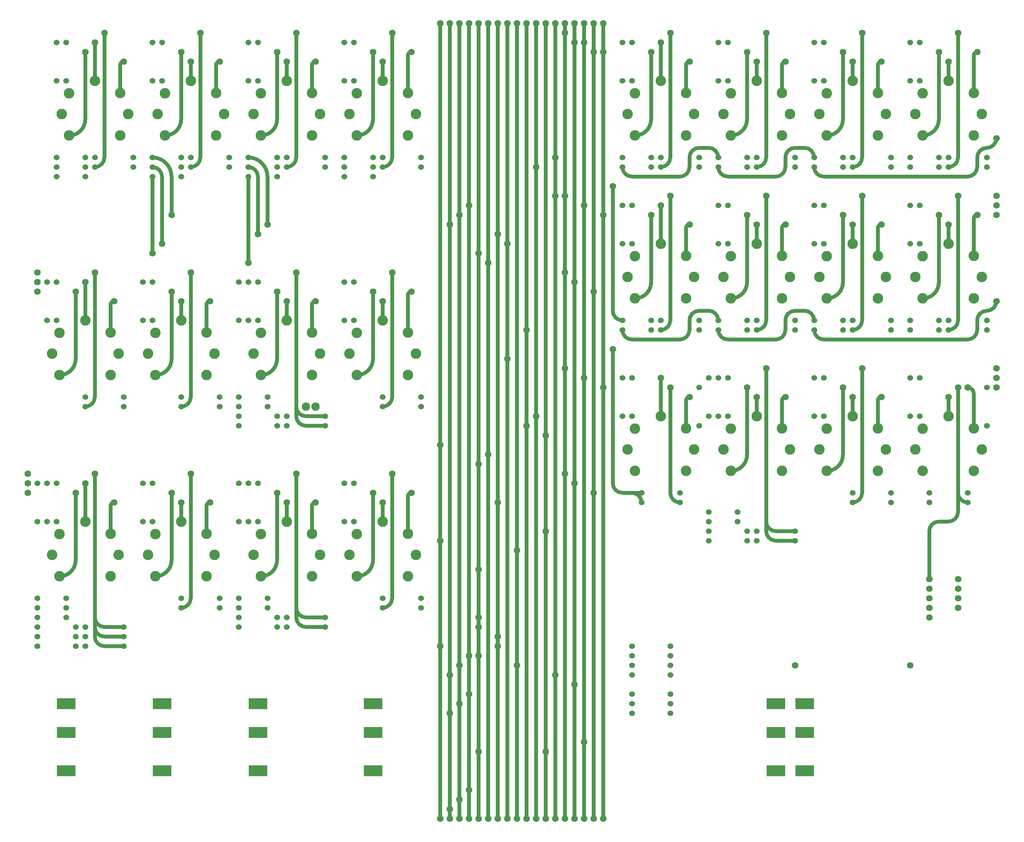
<source format=gbr>
G04 DesignSpark PCB Gerber Version 11.0 Build 5877*
G04 #@! TF.Part,Single*
G04 #@! TF.FileFunction,Copper,L2,Bot*
G04 #@! TF.FilePolarity,Positive*
%FSLAX35Y35*%
%MOIN*%
%ADD11C,0.03937*%
G04 #@! TA.AperFunction,ComponentPad*
%ADD15C,0.06000*%
G04 #@! TD.AperFunction*
%ADD12C,0.06890*%
G04 #@! TA.AperFunction,ComponentPad*
%ADD16C,0.08661*%
G04 #@! TA.AperFunction,WasherPad*
%ADD22C,0.11024*%
%ADD23R,0.19685X0.11811*%
G04 #@! TD.AperFunction*
X0Y0D02*
D02*
D11*
X70250Y510250D02*
Y439935D01*
G75*
G02*
X53478Y423163I-16772J0D01*
G01*
X70250Y720250D02*
Y649935D01*
G75*
G02*
X53478Y633163I-16772J0D01*
G01*
X80250Y480250D02*
Y520250D01*
Y690250D02*
Y730250D01*
Y970250D02*
Y899935D01*
G75*
G02*
X63478Y883163I-16772J0D01*
G01*
X90250Y380250D02*
Y370250D01*
Y530250D02*
Y380250D01*
Y740250D02*
Y610250D01*
G75*
G02*
X80250Y600250I-10000J0D01*
G01*
X90250Y940250D02*
Y980250D01*
X100250Y990250D02*
Y860250D01*
G75*
G02*
X90250Y850250I-10000J0D01*
G01*
X106628Y467652D02*
Y496628D01*
G75*
G02*
X110250Y500250I3622J0D01*
G01*
X106628Y677652D02*
Y706628D01*
G75*
G02*
X110250Y710250I3622J0D01*
G01*
X116628Y927652D02*
Y956628D01*
G75*
G02*
X120250Y960250I3622J0D01*
G01*
Y350250D02*
X100250D01*
G75*
G02*
X90250Y360250I0J10000D01*
G01*
Y370250D01*
X120250Y360250D02*
X100250D01*
G75*
G02*
X90250Y370250I0J10000D01*
G01*
X120250D02*
X100250D01*
G75*
G02*
X90250Y380250I0J10000D01*
G01*
X150250Y840250D02*
Y760250D01*
Y850250D02*
G75*
G02*
X160250Y840250I0J-10000D01*
G01*
Y770250D01*
X150250Y860250D02*
G75*
G02*
X170250Y840250I0J-20000D01*
G01*
Y800250D01*
Y510250D02*
Y439935D01*
G75*
G02*
X153478Y423163I-16772J0D01*
G01*
X170250Y720250D02*
Y649935D01*
G75*
G02*
X153478Y633163I-16772J0D01*
G01*
X180250Y480250D02*
Y500250D01*
Y690250D02*
Y710250D01*
Y970250D02*
Y899935D01*
G75*
G02*
X163478Y883163I-16772J0D01*
G01*
X190250Y530250D02*
Y400250D01*
G75*
G02*
X180250Y390250I-10000J0D01*
G01*
X190250Y740250D02*
Y610250D01*
G75*
G02*
X180250Y600250I-10000J0D01*
G01*
X190250Y940250D02*
Y960250D01*
X200250Y990250D02*
Y860250D01*
G75*
G02*
X190250Y850250I-10000J0D01*
G01*
X206628Y467652D02*
Y496628D01*
G75*
G02*
X210250Y500250I3622J0D01*
G01*
X206628Y677652D02*
Y706628D01*
G75*
G02*
X210250Y710250I3622J0D01*
G01*
X216628Y927652D02*
Y956628D01*
G75*
G02*
X220250Y960250I3622J0D01*
G01*
X250250Y750250D02*
Y840250D01*
Y850250D02*
G75*
G02*
X260250Y840250I0J-10000D01*
G01*
Y780250D01*
X250250Y860250D02*
G75*
G02*
X270250Y840250I0J-20000D01*
G01*
Y790250D01*
X280250Y510250D02*
Y439935D01*
G75*
G02*
X263478Y423163I-16772J0D01*
G01*
X280250Y720250D02*
Y649935D01*
G75*
G02*
X263478Y633163I-16772J0D01*
G01*
X280250Y970250D02*
Y899935D01*
G75*
G02*
X263478Y883163I-16772J0D01*
G01*
X290250Y480250D02*
Y500250D01*
Y690250D02*
Y710250D01*
Y940250D02*
Y960250D01*
X300250Y390250D02*
Y380250D01*
Y530250D02*
Y390250D01*
Y600250D02*
Y590250D01*
Y740250D02*
Y600250D01*
Y990250D02*
Y860250D01*
G75*
G02*
X290250Y850250I-10000J0D01*
G01*
X316628Y467652D02*
Y496628D01*
G75*
G02*
X320250Y500250I3622J0D01*
G01*
X316628Y677652D02*
Y706628D01*
G75*
G02*
X320250Y710250I3622J0D01*
G01*
X316628Y927652D02*
Y956628D01*
G75*
G02*
X320250Y960250I3622J0D01*
G01*
X330250Y370250D02*
X310250D01*
G75*
G02*
X300250Y380250I0J10000D01*
G01*
X330250D02*
X310250D01*
G75*
G02*
X300250Y390250I0J10000D01*
G01*
X330250Y580250D02*
X310250D01*
G75*
G02*
X300250Y590250I0J10000D01*
G01*
X330250D02*
X310250D01*
G75*
G02*
X300250Y600250I0J10000D01*
G01*
X380250Y510250D02*
Y439935D01*
G75*
G02*
X363478Y423163I-16772J0D01*
G01*
X380250Y720250D02*
Y649935D01*
G75*
G02*
X363478Y633163I-16772J0D01*
G01*
X380250Y970250D02*
Y899935D01*
G75*
G02*
X363478Y883163I-16772J0D01*
G01*
X390250Y480250D02*
Y500250D01*
Y690250D02*
Y710250D01*
Y940250D02*
Y960250D01*
X400250Y530250D02*
Y400250D01*
G75*
G02*
X390250Y390250I-10000J0D01*
G01*
X400250Y740250D02*
Y610250D01*
G75*
G02*
X390250Y600250I-10000J0D01*
G01*
X400250Y990250D02*
Y860250D01*
G75*
G02*
X390250Y850250I-10000J0D01*
G01*
X416628Y467652D02*
Y506628D01*
G75*
G02*
X420250Y510250I3622J0D01*
G01*
X416628Y677652D02*
Y716628D01*
G75*
G02*
X420250Y720250I3622J0D01*
G01*
X416628Y927652D02*
Y966628D01*
G75*
G02*
X420250Y970250I3622J0D01*
G01*
X450250Y350250D02*
Y460250D01*
Y350250D02*
Y170250D01*
Y460250D02*
Y560250D01*
Y1000250D01*
X460250Y180250D02*
Y170250D01*
Y280250D02*
Y180250D01*
Y320250D02*
Y280250D01*
Y790250D02*
Y320250D01*
Y1000250D02*
Y790250D01*
X470250Y190250D02*
Y290250D01*
Y190250D02*
Y170250D01*
Y290250D02*
Y330250D01*
Y800250D01*
Y1000250D01*
X480250Y200250D02*
Y170250D01*
Y300250D02*
Y200250D01*
Y340250D02*
Y300250D01*
Y810250D02*
Y340250D01*
Y1000250D02*
Y810250D01*
X490250Y240250D02*
Y340250D01*
Y240250D02*
Y170250D01*
Y340250D02*
Y370250D01*
Y380250D01*
Y430250D01*
Y540250D01*
Y760250D01*
Y1000250D02*
Y760250D01*
X500250Y550250D02*
Y170250D01*
Y750250D02*
Y550250D01*
Y750250D02*
Y1000250D01*
X510250Y170250D02*
Y350250D01*
Y360250D02*
Y500250D01*
Y360250D02*
Y350250D01*
Y500250D02*
Y780250D01*
Y1000250D02*
Y780250D01*
X520250Y650250D02*
Y170250D01*
Y650250D02*
Y770250D01*
Y1000250D02*
Y770250D01*
X530250Y330250D02*
Y450250D01*
Y330250D02*
Y170250D01*
Y450250D02*
Y1000250D01*
X540250Y580250D02*
Y170250D01*
Y680250D02*
Y1000250D01*
Y680250D02*
Y580250D01*
X550250Y590250D02*
Y170250D01*
Y590250D02*
Y850250D01*
Y1000250D01*
X560250Y170250D02*
Y240250D01*
Y470250D02*
Y240250D01*
Y570250D02*
Y470250D01*
Y1000250D02*
Y570250D01*
X570250Y320250D02*
Y170250D01*
Y820250D02*
Y320250D01*
Y820250D02*
Y860250D01*
Y1000250D02*
Y860250D01*
X580250Y170250D02*
Y530250D01*
Y640250D01*
Y740250D01*
Y820250D01*
Y990250D02*
Y820250D01*
Y990250D02*
Y1000250D01*
X590250Y170250D02*
Y310250D01*
Y520250D02*
Y310250D01*
Y730250D02*
Y520250D01*
Y730250D02*
Y980250D01*
Y1000250D02*
Y980250D01*
X600250Y250250D02*
Y170250D01*
Y250250D02*
Y630250D01*
Y810250D01*
Y980250D01*
Y1000250D01*
X610250Y510250D02*
Y170250D01*
Y510250D02*
Y720250D01*
Y970250D01*
Y1000250D01*
X620250Y170250D02*
Y620250D01*
Y800250D01*
Y970250D01*
Y1000250D02*
Y970250D01*
X630250Y660250D02*
Y520250D01*
G75*
G03*
X640250Y510250I10000J0D01*
G01*
X650250D01*
X630250Y830250D02*
Y700250D01*
G75*
G03*
X640250Y690250I10000J0D01*
G01*
Y680250D02*
G75*
G03*
X650250Y670250I10000J0D01*
G01*
X700250D01*
G75*
G03*
X710250Y680250I0J10000D01*
G01*
Y690250D01*
G75*
G02*
X720250Y700250I10000J0D01*
G01*
X730250D01*
G75*
G02*
X740250Y690250I0J-10000D01*
G01*
X640250Y850250D02*
G75*
G03*
X650250Y840250I10000J0D01*
G01*
X700250D01*
G75*
G03*
X710250Y850250I0J10000D01*
G01*
Y860250D01*
G75*
G02*
X720250Y870250I10000J0D01*
G01*
X730250D01*
G75*
G02*
X740250Y860250I0J-10000D01*
G01*
X650250Y510250D02*
X660250D01*
Y500250D02*
G75*
G03*
X650250Y510250I-10000J0D01*
G01*
X670250Y800250D02*
Y729935D01*
G75*
G02*
X653478Y713163I-16772J0D01*
G01*
X670250Y970250D02*
Y899935D01*
G75*
G02*
X653478Y883163I-16772J0D01*
G01*
X680250Y590250D02*
Y630250D01*
Y770250D02*
Y810250D01*
Y940250D02*
Y980250D01*
X690250Y620250D02*
Y510250D01*
G75*
G03*
X700250Y500250I10000J0D01*
G01*
X690250Y820250D02*
Y690250D01*
G75*
G02*
X680250Y680250I-10000J0D01*
G01*
X690250Y990250D02*
Y860250D01*
G75*
G02*
X680250Y850250I-10000J0D01*
G01*
X706628Y577652D02*
Y606628D01*
G75*
G02*
X710250Y610250I3622J0D01*
G01*
X706628Y757652D02*
Y786628D01*
G75*
G02*
X710250Y790250I3622J0D01*
G01*
X706628Y927652D02*
Y956628D01*
G75*
G02*
X710250Y960250I3622J0D01*
G01*
X740250Y680250D02*
G75*
G03*
X750250Y670250I10000J0D01*
G01*
X800250D01*
G75*
G03*
X810250Y680250I0J10000D01*
G01*
Y690250D01*
G75*
G02*
X820250Y700250I10000J0D01*
G01*
X830250D01*
G75*
G02*
X840250Y690250I0J-10000D01*
G01*
X740250Y850250D02*
G75*
G03*
X750250Y840250I10000J0D01*
G01*
X800250D01*
G75*
G03*
X810250Y850250I0J10000D01*
G01*
Y860250D01*
G75*
G02*
X820250Y870250I10000J0D01*
G01*
X830250D01*
G75*
G02*
X840250Y860250I0J-10000D01*
G01*
X770250Y620250D02*
Y549935D01*
G75*
G02*
X753478Y533163I-16772J0D01*
G01*
X770250Y800250D02*
Y729935D01*
G75*
G02*
X753478Y713163I-16772J0D01*
G01*
X770250Y970250D02*
Y899935D01*
G75*
G02*
X753478Y883163I-16772J0D01*
G01*
X780250Y590250D02*
Y610250D01*
Y770250D02*
Y790250D01*
Y940250D02*
Y960250D01*
X790250Y640250D02*
Y480250D01*
Y820250D02*
Y690250D01*
G75*
G02*
X780250Y680250I-10000J0D01*
G01*
X790250Y990250D02*
Y860250D01*
G75*
G02*
X780250Y850250I-10000J0D01*
G01*
X806628Y577652D02*
Y606628D01*
G75*
G02*
X810250Y610250I3622J0D01*
G01*
X806628Y757652D02*
Y786628D01*
G75*
G02*
X810250Y790250I3622J0D01*
G01*
X806628Y927652D02*
Y956628D01*
G75*
G02*
X810250Y960250I3622J0D01*
G01*
X820250Y460250D02*
X800250D01*
G75*
G02*
X790250Y470250I0J10000D01*
G01*
Y480250D01*
X820250Y470250D02*
X800250D01*
G75*
G02*
X790250Y480250I0J10000D01*
G01*
X840250Y680250D02*
G75*
G03*
X850250Y670250I10000J0D01*
G01*
X1000250D01*
G75*
G03*
X1010250Y680250I0J10000D01*
G01*
Y690250D01*
G75*
G02*
X1020250Y700250I10000J0D01*
G01*
G75*
G03*
X1030250Y710250I0J10000D01*
G01*
X840250Y850250D02*
G75*
G03*
X850250Y840250I10000J0D01*
G01*
X1000250D01*
G75*
G03*
X1010250Y850250I0J10000D01*
G01*
Y860250D01*
G75*
G02*
X1020250Y870250I10000J0D01*
G01*
G75*
G03*
X1030250Y880250I0J10000D01*
G01*
X870250Y620250D02*
Y549935D01*
G75*
G02*
X853478Y533163I-16772J0D01*
G01*
X870250Y800250D02*
Y729935D01*
G75*
G02*
X853478Y713163I-16772J0D01*
G01*
X870250Y970250D02*
Y899935D01*
G75*
G02*
X853478Y883163I-16772J0D01*
G01*
X880250Y590250D02*
Y610250D01*
Y770250D02*
Y790250D01*
Y940250D02*
Y960250D01*
X890250Y640250D02*
Y510250D01*
G75*
G02*
X880250Y500250I-10000J0D01*
G01*
X890250Y820250D02*
Y690250D01*
G75*
G02*
X880250Y680250I-10000J0D01*
G01*
X890250Y990250D02*
Y860250D01*
G75*
G02*
X880250Y850250I-10000J0D01*
G01*
X906628Y577652D02*
Y606628D01*
G75*
G02*
X910250Y610250I3622J0D01*
G01*
X906628Y757652D02*
Y786628D01*
G75*
G02*
X910250Y790250I3622J0D01*
G01*
X906628Y927652D02*
Y956628D01*
G75*
G02*
X910250Y960250I3622J0D01*
G01*
X960250Y420250D02*
Y470250D01*
G75*
G02*
X970250Y480250I10000J0D01*
G01*
X980250D01*
G75*
G03*
X990250Y490250I0J10000D01*
G01*
Y510250D01*
X970250Y800250D02*
Y729935D01*
G75*
G02*
X953478Y713163I-16772J0D01*
G01*
X970250Y970250D02*
Y899935D01*
G75*
G02*
X953478Y883163I-16772J0D01*
G01*
X980250Y590250D02*
Y610250D01*
Y770250D02*
Y790250D01*
Y940250D02*
Y960250D01*
X990250Y620250D02*
Y510250D01*
Y820250D02*
Y690250D01*
G75*
G02*
X980250Y680250I-10000J0D01*
G01*
X990250Y990250D02*
Y860250D01*
G75*
G02*
X980250Y850250I-10000J0D01*
G01*
X1000250Y500250D02*
G75*
G02*
X990250Y510250I0J10000D01*
G01*
X1006628Y577652D02*
Y613872D01*
G75*
G03*
X1000250Y620250I-6378J0D01*
G01*
X1006628Y757652D02*
Y796628D01*
G75*
G02*
X1010250Y800250I3622J0D01*
G01*
X1006628Y927652D02*
Y966628D01*
G75*
G02*
X1010250Y970250I3622J0D01*
G01*
D02*
D12*
X20250Y510250D03*
Y520250D03*
Y530250D03*
X30250Y720250D03*
Y730250D03*
Y740250D03*
X70250Y510250D03*
Y720250D03*
X80250Y520250D03*
Y730250D03*
Y970250D03*
X90250Y530250D03*
Y740250D03*
Y980250D03*
X100250Y990250D03*
X110250Y500250D03*
Y710250D03*
X120250Y960250D03*
X150250Y760250D03*
X160250Y770250D03*
X170250Y510250D03*
Y720250D03*
Y800250D03*
X180250Y500250D03*
Y710250D03*
Y970250D03*
X190250Y530250D03*
Y740250D03*
Y960250D03*
X200250Y990250D03*
X210250Y500250D03*
Y710250D03*
X220250Y960250D03*
X250250Y750250D03*
X260250Y780250D03*
X270250Y790250D03*
X280250Y510250D03*
Y720250D03*
Y970250D03*
X290250Y500250D03*
Y710250D03*
Y960250D03*
X300250Y530250D03*
Y740250D03*
Y990250D03*
X320250Y500250D03*
Y710250D03*
Y960250D03*
X380250Y510250D03*
Y720250D03*
Y970250D03*
X390250Y500250D03*
Y710250D03*
Y960250D03*
X400250Y530250D03*
Y740250D03*
Y990250D03*
X420250Y510250D03*
Y720250D03*
Y970250D03*
X450250Y170250D03*
Y350250D03*
Y460250D03*
Y560250D03*
Y1000250D03*
X460250Y170250D03*
Y180250D03*
Y280250D03*
Y320250D03*
Y790250D03*
Y1000250D03*
X470250Y170250D03*
Y190250D03*
Y290250D03*
Y330250D03*
Y800250D03*
Y1000250D03*
X480250Y170250D03*
Y200250D03*
Y300250D03*
Y340250D03*
Y810250D03*
Y1000250D03*
X490250Y170250D03*
Y240250D03*
Y340250D03*
Y370250D03*
Y380250D03*
Y430250D03*
Y540250D03*
Y760250D03*
Y1000250D03*
X500250Y170250D03*
Y550250D03*
Y750250D03*
Y1000250D03*
X510250Y170250D03*
Y350250D03*
Y360250D03*
Y500250D03*
Y780250D03*
Y1000250D03*
X520250Y170250D03*
Y650250D03*
Y770250D03*
Y1000250D03*
X530250Y170250D03*
Y330250D03*
Y450250D03*
Y1000250D03*
X540250Y170250D03*
Y580250D03*
Y680250D03*
Y1000250D03*
X550250Y170250D03*
Y590250D03*
Y850250D03*
Y1000250D03*
X560250Y170250D03*
Y240250D03*
Y470250D03*
Y570250D03*
Y1000250D03*
X570250Y170250D03*
Y320250D03*
Y820250D03*
Y860250D03*
Y1000250D03*
X580250Y170250D03*
Y530250D03*
Y640250D03*
Y740250D03*
Y820250D03*
Y990250D03*
Y1000250D03*
X590250Y170250D03*
Y310250D03*
Y520250D03*
Y730250D03*
Y980250D03*
Y1000250D03*
X600250Y170250D03*
Y250250D03*
Y630250D03*
Y810250D03*
Y980250D03*
Y1000250D03*
X610250Y170250D03*
Y510250D03*
Y720250D03*
Y970250D03*
Y1000250D03*
X620250Y170250D03*
Y620250D03*
Y800250D03*
Y970250D03*
Y1000250D03*
X630250Y660250D03*
Y830250D03*
X670250Y800250D03*
Y970250D03*
X680250Y630250D03*
Y810250D03*
Y980250D03*
X690250Y620250D03*
Y820250D03*
Y990250D03*
X710250Y610250D03*
Y790250D03*
Y960250D03*
X770250Y620250D03*
Y800250D03*
Y970250D03*
X780250Y610250D03*
Y790250D03*
Y960250D03*
X790250Y640250D03*
Y820250D03*
Y990250D03*
X810250Y610250D03*
Y790250D03*
Y960250D03*
X820250Y330250D03*
X870250Y620250D03*
Y800250D03*
Y970250D03*
X880250Y610250D03*
Y790250D03*
Y960250D03*
X890250Y640250D03*
Y820250D03*
Y990250D03*
X910250Y610250D03*
Y790250D03*
Y960250D03*
X940250Y330250D03*
X960250Y380250D03*
Y390250D03*
Y400250D03*
Y410250D03*
Y420250D03*
X970250Y800250D03*
Y970250D03*
X980250Y610250D03*
Y790250D03*
Y960250D03*
X990250Y390250D03*
Y400250D03*
Y410250D03*
Y420250D03*
Y620250D03*
Y820250D03*
Y990250D03*
X1000250Y620250D03*
X1010250Y800250D03*
Y970250D03*
X1030250Y620250D03*
Y630250D03*
Y640250D03*
Y710250D03*
Y800250D03*
Y810250D03*
Y820250D03*
Y880250D03*
D02*
D15*
X30250Y350250D03*
Y360250D03*
Y370250D03*
Y380250D03*
Y390250D03*
Y400250D03*
Y480250D03*
Y520250D03*
X40250Y480250D03*
Y520250D03*
Y690250D03*
Y730250D03*
X50250Y480250D03*
Y520250D03*
Y690250D03*
Y730250D03*
Y840250D03*
Y850250D03*
Y860250D03*
Y940250D03*
Y980250D03*
X60250Y380250D03*
Y390250D03*
Y400250D03*
Y940250D03*
Y980250D03*
X70250Y350250D03*
Y360250D03*
Y370250D03*
X80250Y350250D03*
Y360250D03*
Y370250D03*
Y600250D03*
Y610250D03*
Y840250D03*
Y850250D03*
Y860250D03*
X90250Y850250D03*
Y860250D03*
X120250Y350250D03*
Y360250D03*
Y370250D03*
Y600250D03*
Y610250D03*
X130250Y850250D03*
Y860250D03*
X140250Y480250D03*
Y520250D03*
Y690250D03*
Y730250D03*
X150250Y480250D03*
Y520250D03*
Y690250D03*
Y730250D03*
Y840250D03*
Y850250D03*
Y860250D03*
Y940250D03*
Y980250D03*
X160250Y940250D03*
Y980250D03*
X180250Y390250D03*
Y400250D03*
Y600250D03*
Y610250D03*
Y840250D03*
Y850250D03*
Y860250D03*
X190250Y850250D03*
Y860250D03*
X220250Y390250D03*
Y400250D03*
Y600250D03*
Y610250D03*
X230250Y850250D03*
Y860250D03*
X240250Y370250D03*
Y380250D03*
Y390250D03*
Y400250D03*
Y480250D03*
Y520250D03*
Y580250D03*
Y590250D03*
Y600250D03*
Y610250D03*
Y690250D03*
Y730250D03*
X250250Y480250D03*
Y520250D03*
Y690250D03*
Y730250D03*
Y840250D03*
Y850250D03*
Y860250D03*
Y940250D03*
Y980250D03*
X260250Y480250D03*
Y520250D03*
Y690250D03*
Y730250D03*
Y940250D03*
Y980250D03*
X270250Y390250D03*
Y400250D03*
Y600250D03*
Y610250D03*
X280250Y370250D03*
Y380250D03*
Y580250D03*
Y590250D03*
Y840250D03*
Y850250D03*
Y860250D03*
X290250Y370250D03*
Y380250D03*
Y580250D03*
Y590250D03*
Y850250D03*
Y860250D03*
X330250Y370250D03*
Y380250D03*
Y580250D03*
Y590250D03*
Y850250D03*
Y860250D03*
X350250Y480250D03*
Y520250D03*
Y690250D03*
Y730250D03*
Y840250D03*
Y850250D03*
Y860250D03*
Y940250D03*
Y980250D03*
X360250Y480250D03*
Y520250D03*
Y690250D03*
Y730250D03*
Y940250D03*
Y980250D03*
X380250Y840250D03*
Y850250D03*
Y860250D03*
X390250Y390250D03*
Y400250D03*
Y600250D03*
Y610250D03*
Y850250D03*
Y860250D03*
X430250Y390250D03*
Y400250D03*
Y600250D03*
Y610250D03*
Y850250D03*
Y860250D03*
X640250Y590250D03*
Y630250D03*
Y680250D03*
Y690250D03*
Y770250D03*
Y810250D03*
Y850250D03*
Y860250D03*
Y940250D03*
Y980250D03*
X650250Y280250D03*
Y290250D03*
Y300250D03*
Y320250D03*
Y330250D03*
Y340250D03*
Y350250D03*
Y590250D03*
Y630250D03*
Y770250D03*
Y810250D03*
Y940250D03*
Y980250D03*
X660250Y500250D03*
Y510250D03*
X670250Y680250D03*
Y690250D03*
Y850250D03*
Y860250D03*
X680250Y680250D03*
Y690250D03*
Y850250D03*
Y860250D03*
X690250Y280250D03*
Y290250D03*
Y300250D03*
Y320250D03*
Y330250D03*
Y340250D03*
Y350250D03*
X700250Y500250D03*
Y510250D03*
X720250Y580250D03*
Y620250D03*
Y680250D03*
Y690250D03*
Y850250D03*
Y860250D03*
X730250Y460250D03*
Y470250D03*
Y480250D03*
Y490250D03*
Y590250D03*
Y630250D03*
X740250Y590250D03*
Y630250D03*
Y680250D03*
Y690250D03*
Y770250D03*
Y810250D03*
Y850250D03*
Y860250D03*
Y940250D03*
Y980250D03*
X750250Y590250D03*
Y630250D03*
Y770250D03*
Y810250D03*
Y940250D03*
Y980250D03*
X760250Y480250D03*
Y490250D03*
X770250Y460250D03*
Y470250D03*
Y680250D03*
Y690250D03*
Y850250D03*
Y860250D03*
X780250Y460250D03*
Y470250D03*
Y680250D03*
Y690250D03*
Y850250D03*
Y860250D03*
X820250Y460250D03*
Y470250D03*
Y680250D03*
Y690250D03*
Y850250D03*
Y860250D03*
X840250Y590250D03*
Y630250D03*
Y680250D03*
Y690250D03*
Y770250D03*
Y810250D03*
Y850250D03*
Y860250D03*
Y940250D03*
Y980250D03*
X850250Y590250D03*
Y630250D03*
Y770250D03*
Y810250D03*
Y940250D03*
Y980250D03*
X870250Y680250D03*
Y690250D03*
Y850250D03*
Y860250D03*
X880250Y500250D03*
Y510250D03*
Y680250D03*
Y690250D03*
Y850250D03*
Y860250D03*
X920250Y500250D03*
Y510250D03*
Y680250D03*
Y690250D03*
Y850250D03*
Y860250D03*
X940250Y590250D03*
Y630250D03*
Y680250D03*
Y690250D03*
Y770250D03*
Y810250D03*
Y850250D03*
Y860250D03*
Y940250D03*
Y980250D03*
X950250Y590250D03*
Y630250D03*
Y770250D03*
Y810250D03*
Y940250D03*
Y980250D03*
X960250Y500250D03*
Y510250D03*
X970250Y680250D03*
Y690250D03*
Y850250D03*
Y860250D03*
X980250Y680250D03*
Y690250D03*
Y850250D03*
Y860250D03*
X1000250Y500250D03*
Y510250D03*
X1020250Y580250D03*
Y620250D03*
Y680250D03*
Y690250D03*
Y850250D03*
Y860250D03*
D02*
D16*
X310250Y600250D03*
X320250D03*
D02*
D22*
X45604Y445604D03*
Y655604D03*
X53478Y423163D03*
Y467258D03*
Y633163D03*
Y677258D03*
X55604Y905604D03*
X63478Y883163D03*
Y927258D03*
X80250Y480250D03*
Y690250D03*
X90250Y940250D03*
X106628Y423163D03*
Y467652D03*
Y633163D03*
Y677652D03*
X114896Y445604D03*
Y655604D03*
X116628Y883163D03*
Y927652D03*
X124896Y905604D03*
X145604Y445604D03*
Y655604D03*
X153478Y423163D03*
Y467258D03*
Y633163D03*
Y677258D03*
X155604Y905604D03*
X163478Y883163D03*
Y927258D03*
X180250Y480250D03*
Y690250D03*
X190250Y940250D03*
X206628Y423163D03*
Y467652D03*
Y633163D03*
Y677652D03*
X214896Y445604D03*
Y655604D03*
X216628Y883163D03*
Y927652D03*
X224896Y905604D03*
X255604Y445604D03*
Y655604D03*
Y905604D03*
X263478Y423163D03*
Y467258D03*
Y633163D03*
Y677258D03*
Y883163D03*
Y927258D03*
X290250Y480250D03*
Y690250D03*
Y940250D03*
X316628Y423163D03*
Y467652D03*
Y633163D03*
Y677652D03*
Y883163D03*
Y927652D03*
X324896Y445604D03*
Y655604D03*
Y905604D03*
X355604Y445604D03*
Y655604D03*
Y905604D03*
X363478Y423163D03*
Y467258D03*
Y633163D03*
Y677258D03*
Y883163D03*
Y927258D03*
X390250Y480250D03*
Y690250D03*
Y940250D03*
X416628Y423163D03*
Y467652D03*
Y633163D03*
Y677652D03*
Y883163D03*
Y927652D03*
X424896Y445604D03*
Y655604D03*
Y905604D03*
X645604Y555604D03*
Y735604D03*
Y905604D03*
X653478Y533163D03*
Y577258D03*
Y713163D03*
Y757258D03*
Y883163D03*
Y927258D03*
X680250Y590250D03*
Y770250D03*
Y940250D03*
X706628Y533163D03*
Y577652D03*
Y713163D03*
Y757652D03*
Y883163D03*
Y927652D03*
X714896Y555604D03*
Y735604D03*
Y905604D03*
X745604Y555604D03*
Y735604D03*
Y905604D03*
X753478Y533163D03*
Y577258D03*
Y713163D03*
Y757258D03*
Y883163D03*
Y927258D03*
X780250Y590250D03*
Y770250D03*
Y940250D03*
X806628Y533163D03*
Y577652D03*
Y713163D03*
Y757652D03*
Y883163D03*
Y927652D03*
X814896Y555604D03*
Y735604D03*
Y905604D03*
X845604Y555604D03*
Y735604D03*
Y905604D03*
X853478Y533163D03*
Y577258D03*
Y713163D03*
Y757258D03*
Y883163D03*
Y927258D03*
X880250Y590250D03*
Y770250D03*
Y940250D03*
X906628Y533163D03*
Y577652D03*
Y713163D03*
Y757652D03*
Y883163D03*
Y927652D03*
X914896Y555604D03*
Y735604D03*
Y905604D03*
X945604Y555604D03*
Y735604D03*
Y905604D03*
X953478Y533163D03*
Y577258D03*
Y713163D03*
Y757258D03*
Y883163D03*
Y927258D03*
X980250Y590250D03*
Y770250D03*
Y940250D03*
X1006628Y533163D03*
Y577652D03*
Y713163D03*
Y757652D03*
Y883163D03*
Y927652D03*
X1014896Y555604D03*
Y735604D03*
Y905604D03*
D02*
D23*
X60250Y220250D03*
Y260250D03*
Y290250D03*
X160250Y220250D03*
Y260250D03*
Y290250D03*
X260250Y220250D03*
Y260250D03*
Y290250D03*
X380250Y220250D03*
Y260250D03*
Y290250D03*
X800250Y220250D03*
Y260250D03*
Y290250D03*
X830250Y220250D03*
Y260250D03*
Y290250D03*
X0Y0D02*
M02*

</source>
